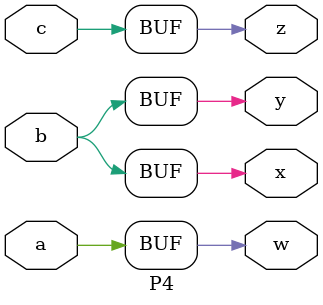
<source format=v>
module P4 (
    input a,
    input b,
    input c,

    output w,
    output x,
    output y,
    output z
);
  // write your code below
  assign w = a;
  assign x = b;
  assign y = b;
  assign z = c;

endmodule

</source>
